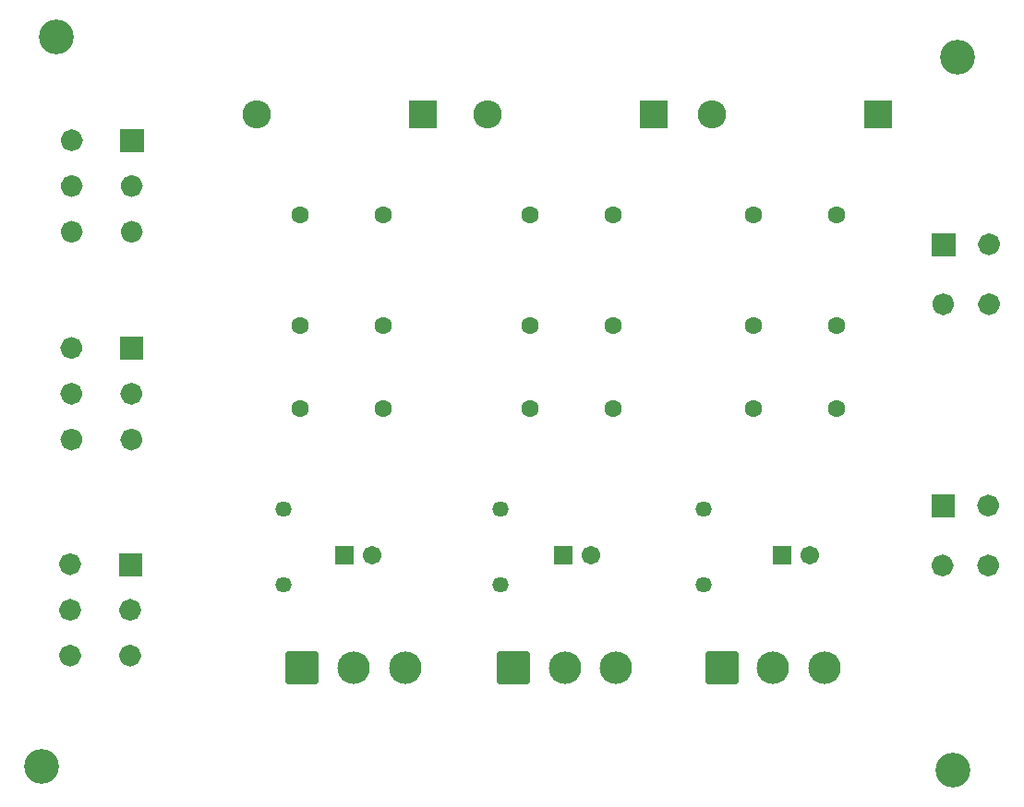
<source format=gbr>
%TF.GenerationSoftware,KiCad,Pcbnew,9.0.0*%
%TF.CreationDate,2025-05-05T23:55:41-07:00*%
%TF.ProjectId,Latchboard V9,4c617463-6862-46f6-9172-642056392e6b,rev?*%
%TF.SameCoordinates,Original*%
%TF.FileFunction,Soldermask,Top*%
%TF.FilePolarity,Negative*%
%FSLAX46Y46*%
G04 Gerber Fmt 4.6, Leading zero omitted, Abs format (unit mm)*
G04 Created by KiCad (PCBNEW 9.0.0) date 2025-05-05 23:55:41*
%MOMM*%
%LPD*%
G01*
G04 APERTURE LIST*
G04 Aperture macros list*
%AMRoundRect*
0 Rectangle with rounded corners*
0 $1 Rounding radius*
0 $2 $3 $4 $5 $6 $7 $8 $9 X,Y pos of 4 corners*
0 Add a 4 corners polygon primitive as box body*
4,1,4,$2,$3,$4,$5,$6,$7,$8,$9,$2,$3,0*
0 Add four circle primitives for the rounded corners*
1,1,$1+$1,$2,$3*
1,1,$1+$1,$4,$5*
1,1,$1+$1,$6,$7*
1,1,$1+$1,$8,$9*
0 Add four rect primitives between the rounded corners*
20,1,$1+$1,$2,$3,$4,$5,0*
20,1,$1+$1,$4,$5,$6,$7,0*
20,1,$1+$1,$6,$7,$8,$9,0*
20,1,$1+$1,$8,$9,$2,$3,0*%
G04 Aperture macros list end*
%ADD10C,1.026200*%
%ADD11C,0.010000*%
%ADD12C,3.200000*%
%ADD13R,2.600000X2.600000*%
%ADD14O,2.600000X2.600000*%
%ADD15C,1.462000*%
%ADD16RoundRect,0.102000X1.387500X-1.387500X1.387500X1.387500X-1.387500X1.387500X-1.387500X-1.387500X0*%
%ADD17C,2.979000*%
%ADD18C,1.712000*%
%ADD19RoundRect,0.102000X-0.754000X-0.754000X0.754000X-0.754000X0.754000X0.754000X-0.754000X0.754000X0*%
%ADD20C,1.600200*%
G04 APERTURE END LIST*
D10*
%TO.C,J3*%
X60408850Y-63500000D02*
G75*
G02*
X59382650Y-63500000I-513100J0D01*
G01*
X59382650Y-63500000D02*
G75*
G02*
X60408850Y-63500000I513100J0D01*
G01*
X65908850Y-67700000D02*
G75*
G02*
X64882650Y-67700000I-513100J0D01*
G01*
X64882650Y-67700000D02*
G75*
G02*
X65908850Y-67700000I513100J0D01*
G01*
X60408850Y-67700000D02*
G75*
G02*
X59382650Y-67700000I-513100J0D01*
G01*
X59382650Y-67700000D02*
G75*
G02*
X60408850Y-67700000I513100J0D01*
G01*
X65908850Y-71900000D02*
G75*
G02*
X64882650Y-71900000I-513100J0D01*
G01*
X64882650Y-71900000D02*
G75*
G02*
X65908850Y-71900000I513100J0D01*
G01*
X60408850Y-71900000D02*
G75*
G02*
X59382650Y-71900000I-513100J0D01*
G01*
X59382650Y-71900000D02*
G75*
G02*
X60408850Y-71900000I513100J0D01*
G01*
D11*
X66421950Y-64526200D02*
X64369550Y-64526200D01*
X64369550Y-62473800D01*
X66421950Y-62473800D01*
X66421950Y-64526200D01*
G36*
X66421950Y-64526200D02*
G01*
X64369550Y-64526200D01*
X64369550Y-62473800D01*
X66421950Y-62473800D01*
X66421950Y-64526200D01*
G37*
%TO.C,J1*%
X140836200Y-74076200D02*
X138783800Y-74076200D01*
X138783800Y-72023800D01*
X140836200Y-72023800D01*
X140836200Y-74076200D01*
G36*
X140836200Y-74076200D02*
G01*
X138783800Y-74076200D01*
X138783800Y-72023800D01*
X140836200Y-72023800D01*
X140836200Y-74076200D01*
G37*
D10*
X144523100Y-78550000D02*
G75*
G02*
X143496900Y-78550000I-513100J0D01*
G01*
X143496900Y-78550000D02*
G75*
G02*
X144523100Y-78550000I513100J0D01*
G01*
X144523100Y-73050000D02*
G75*
G02*
X143496900Y-73050000I-513100J0D01*
G01*
X143496900Y-73050000D02*
G75*
G02*
X144523100Y-73050000I513100J0D01*
G01*
X140323100Y-78550000D02*
G75*
G02*
X139296900Y-78550000I-513100J0D01*
G01*
X139296900Y-78550000D02*
G75*
G02*
X140323100Y-78550000I513100J0D01*
G01*
%TO.C,J2*%
X140253100Y-102534250D02*
G75*
G02*
X139226900Y-102534250I-513100J0D01*
G01*
X139226900Y-102534250D02*
G75*
G02*
X140253100Y-102534250I513100J0D01*
G01*
X144453100Y-97034250D02*
G75*
G02*
X143426900Y-97034250I-513100J0D01*
G01*
X143426900Y-97034250D02*
G75*
G02*
X144453100Y-97034250I513100J0D01*
G01*
X144453100Y-102534250D02*
G75*
G02*
X143426900Y-102534250I-513100J0D01*
G01*
X143426900Y-102534250D02*
G75*
G02*
X144453100Y-102534250I513100J0D01*
G01*
D11*
X140766200Y-98060450D02*
X138713800Y-98060450D01*
X138713800Y-96008050D01*
X140766200Y-96008050D01*
X140766200Y-98060450D01*
G36*
X140766200Y-98060450D02*
G01*
X138713800Y-98060450D01*
X138713800Y-96008050D01*
X140766200Y-96008050D01*
X140766200Y-98060450D01*
G37*
%TO.C,J4*%
X66396200Y-83596200D02*
X64343800Y-83596200D01*
X64343800Y-81543800D01*
X66396200Y-81543800D01*
X66396200Y-83596200D01*
G36*
X66396200Y-83596200D02*
G01*
X64343800Y-83596200D01*
X64343800Y-81543800D01*
X66396200Y-81543800D01*
X66396200Y-83596200D01*
G37*
D10*
X60383100Y-90970000D02*
G75*
G02*
X59356900Y-90970000I-513100J0D01*
G01*
X59356900Y-90970000D02*
G75*
G02*
X60383100Y-90970000I513100J0D01*
G01*
X65883100Y-90970000D02*
G75*
G02*
X64856900Y-90970000I-513100J0D01*
G01*
X64856900Y-90970000D02*
G75*
G02*
X65883100Y-90970000I513100J0D01*
G01*
X60383100Y-86770000D02*
G75*
G02*
X59356900Y-86770000I-513100J0D01*
G01*
X59356900Y-86770000D02*
G75*
G02*
X60383100Y-86770000I513100J0D01*
G01*
X65883100Y-86770000D02*
G75*
G02*
X64856900Y-86770000I-513100J0D01*
G01*
X64856900Y-86770000D02*
G75*
G02*
X65883100Y-86770000I513100J0D01*
G01*
X60383100Y-82570000D02*
G75*
G02*
X59356900Y-82570000I-513100J0D01*
G01*
X59356900Y-82570000D02*
G75*
G02*
X60383100Y-82570000I513100J0D01*
G01*
D11*
%TO.C,J5*%
X66276200Y-103436200D02*
X64223800Y-103436200D01*
X64223800Y-101383800D01*
X66276200Y-101383800D01*
X66276200Y-103436200D01*
G36*
X66276200Y-103436200D02*
G01*
X64223800Y-103436200D01*
X64223800Y-101383800D01*
X66276200Y-101383800D01*
X66276200Y-103436200D01*
G37*
D10*
X60263100Y-110810000D02*
G75*
G02*
X59236900Y-110810000I-513100J0D01*
G01*
X59236900Y-110810000D02*
G75*
G02*
X60263100Y-110810000I513100J0D01*
G01*
X65763100Y-110810000D02*
G75*
G02*
X64736900Y-110810000I-513100J0D01*
G01*
X64736900Y-110810000D02*
G75*
G02*
X65763100Y-110810000I513100J0D01*
G01*
X60263100Y-106610000D02*
G75*
G02*
X59236900Y-106610000I-513100J0D01*
G01*
X59236900Y-106610000D02*
G75*
G02*
X60263100Y-106610000I513100J0D01*
G01*
X65763100Y-106610000D02*
G75*
G02*
X64736900Y-106610000I-513100J0D01*
G01*
X64736900Y-106610000D02*
G75*
G02*
X65763100Y-106610000I513100J0D01*
G01*
X60263100Y-102410000D02*
G75*
G02*
X59236900Y-102410000I-513100J0D01*
G01*
X59236900Y-102410000D02*
G75*
G02*
X60263100Y-102410000I513100J0D01*
G01*
%TD*%
D12*
%TO.C,REF\u002A\u002A*%
X58470000Y-54000000D03*
%TD*%
%TO.C,REF\u002A\u002A*%
X141080000Y-55830000D03*
%TD*%
%TO.C,REF\u002A\u002A*%
X57160000Y-120950000D03*
%TD*%
D13*
%TO.C,D2*%
X113260000Y-61160000D03*
D14*
X98020000Y-61160000D03*
%TD*%
D15*
%TO.C,R1*%
X79290000Y-104338500D03*
X79290000Y-97338500D03*
%TD*%
D16*
%TO.C,S3*%
X119510000Y-111924250D03*
D17*
X124210000Y-111924250D03*
X128910000Y-111924250D03*
%TD*%
D13*
%TO.C,D1*%
X92120000Y-61160000D03*
D14*
X76880000Y-61160000D03*
%TD*%
D18*
%TO.C,LED3*%
X127570000Y-101580000D03*
D19*
X125030000Y-101580000D03*
%TD*%
D13*
%TO.C,D3*%
X133860000Y-61160000D03*
D14*
X118620000Y-61160000D03*
%TD*%
D18*
%TO.C,LED1*%
X87450000Y-101580000D03*
D19*
X84910000Y-101580000D03*
%TD*%
D15*
%TO.C,R2*%
X99190000Y-104338500D03*
X99190000Y-97338500D03*
%TD*%
D20*
%TO.C,K3*%
X122430000Y-70320000D03*
X122430000Y-80480000D03*
X122430000Y-88100000D03*
X130050000Y-88100000D03*
X130050000Y-80480000D03*
X130050000Y-70320000D03*
%TD*%
%TO.C,K2*%
X101940000Y-70320000D03*
X101940000Y-80480000D03*
X101940000Y-88100000D03*
X109560000Y-88100000D03*
X109560000Y-80480000D03*
X109560000Y-70320000D03*
%TD*%
%TO.C,K1*%
X80800000Y-70320000D03*
X80800000Y-80480000D03*
X80800000Y-88100000D03*
X88420000Y-88100000D03*
X88420000Y-80480000D03*
X88420000Y-70320000D03*
%TD*%
D15*
%TO.C,R3*%
X117840000Y-104338500D03*
X117840000Y-97338500D03*
%TD*%
D18*
%TO.C,LED2*%
X107520000Y-101580000D03*
D19*
X104980000Y-101580000D03*
%TD*%
D16*
%TO.C,S2*%
X100400000Y-111924250D03*
D17*
X105100000Y-111924250D03*
X109800000Y-111924250D03*
%TD*%
D16*
%TO.C,S1*%
X81050000Y-111924250D03*
D17*
X85750000Y-111924250D03*
X90450000Y-111924250D03*
%TD*%
D12*
%TO.C,REF\u002A\u002A*%
X140680000Y-121340000D03*
%TD*%
M02*

</source>
